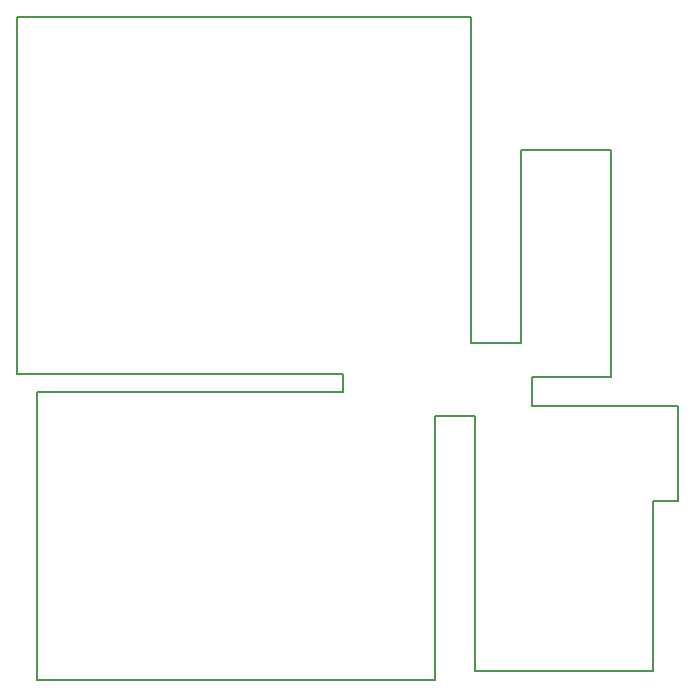
<source format=gbr>
G04 #@! TF.FileFunction,Profile,NP*
%FSLAX46Y46*%
G04 Gerber Fmt 4.6, Leading zero omitted, Abs format (unit mm)*
G04 Created by KiCad (PCBNEW 4.0.7) date 12/08/18 06:13:13*
%MOMM*%
%LPD*%
G01*
G04 APERTURE LIST*
%ADD10C,0.100000*%
%ADD11C,0.150000*%
G04 APERTURE END LIST*
D10*
D11*
X220675200Y-99009200D02*
X205638400Y-99009200D01*
X222808800Y-76606400D02*
X222808800Y-84632800D01*
X220675200Y-84632800D02*
X220675200Y-99009200D01*
X222808800Y-84632800D02*
X220675200Y-84632800D01*
X168503600Y-99822000D02*
X202234800Y-99822000D01*
X168503600Y-75438000D02*
X194462400Y-75438000D01*
X168503600Y-75438000D02*
X168503600Y-99822000D01*
X166878000Y-73863200D02*
X194462400Y-73863200D01*
X166878000Y-43688000D02*
X205282800Y-43688000D01*
X166878000Y-73863200D02*
X166878000Y-43688000D01*
X205282800Y-44704000D02*
X205282800Y-43688000D01*
X205282800Y-71221600D02*
X205282800Y-44704000D01*
X209499200Y-71221600D02*
X205282800Y-71221600D01*
X209499200Y-54914800D02*
X209499200Y-71221600D01*
X217119200Y-54914800D02*
X209499200Y-54914800D01*
X217119200Y-74117200D02*
X217119200Y-54914800D01*
X210464400Y-74117200D02*
X217119200Y-74117200D01*
X210464400Y-76606400D02*
X210464400Y-74117200D01*
X222808800Y-76606400D02*
X210464400Y-76606400D01*
X205638400Y-77419200D02*
X205638400Y-99009200D01*
X202234800Y-77419200D02*
X205638400Y-77419200D01*
X202234800Y-99822000D02*
X202234800Y-77419200D01*
X194462400Y-73863200D02*
X194462400Y-75438000D01*
M02*

</source>
